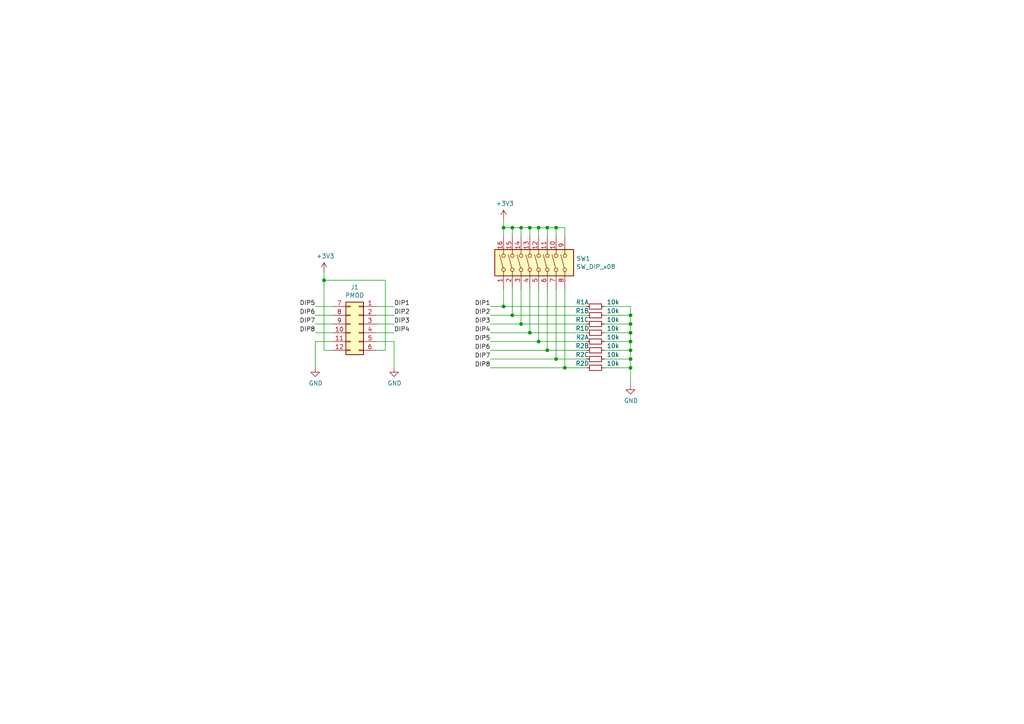
<source format=kicad_sch>
(kicad_sch (version 20230121) (generator eeschema)
  (paper "A4")
  (title_block (title "iCEBreaker PMOD - dip switch") (rev "V0.1a") (company "1BitSquared") (comment 1 "(C) 2018 Piotr Esden-Tempski <piotr@esden.net>") (comment 2 "(C) 2018 1BitSquared <info@1bitsquared.com>") (comment 3 "License: CC-BY-SA V4.0"))
  (lib_symbols
    (symbol "Connector_Generic:Conn_02x06_Top_Bottom" (pin_names (offset 1.016) hide)
      (property "Reference" "J" (at 1.27 7.62 0))
      (property "Value" "Conn_02x06_Top_Bottom" (at 1.27 -10.16 0))
      (symbol "Conn_02x06_Top_Bottom_1_1"
        (rectangle (start -1.27 -7.493) (end 0 -7.747) (stroke (width 0.1524)))
        (rectangle (start -1.27 -4.953) (end 0 -5.207) (stroke (width 0.1524)))
        (rectangle (start -1.27 -2.413) (end 0 -2.667) (stroke (width 0.1524)))
        (rectangle (start -1.27 0.127) (end 0 -0.127) (stroke (width 0.1524)))
        (rectangle (start -1.27 2.667) (end 0 2.413) (stroke (width 0.1524)))
        (rectangle (start -1.27 5.207) (end 0 4.953) (stroke (width 0.1524)))
        (rectangle (start -1.27 6.35) (end 3.81 -8.89) (stroke (width 0.254)) (fill (type background)))
        (rectangle (start 3.81 -7.493) (end 2.54 -7.747) (stroke (width 0.1524)))
        (rectangle (start 3.81 -4.953) (end 2.54 -5.207) (stroke (width 0.1524)))
        (rectangle (start 3.81 -2.413) (end 2.54 -2.667) (stroke (width 0.1524)))
        (rectangle (start 3.81 0.127) (end 2.54 -0.127) (stroke (width 0.1524)))
        (rectangle (start 3.81 2.667) (end 2.54 2.413) (stroke (width 0.1524)))
        (rectangle (start 3.81 5.207) (end 2.54 4.953) (stroke (width 0.1524)))
        (pin passive line (at -5.08 5.08 0) (length 3.81) (name "Pin_1") (number "1"))
        (pin passive line (at 7.62 -2.54 180) (length 3.81) (name "Pin_10") (number "10"))
        (pin passive line (at 7.62 -5.08 180) (length 3.81) (name "Pin_11") (number "11"))
        (pin passive line (at 7.62 -7.62 180) (length 3.81) (name "Pin_12") (number "12"))
        (pin passive line (at -5.08 2.54 0) (length 3.81) (name "Pin_2") (number "2"))
        (pin passive line (at -5.08 0 0) (length 3.81) (name "Pin_3") (number "3"))
        (pin passive line (at -5.08 -2.54 0) (length 3.81) (name "Pin_4") (number "4"))
        (pin passive line (at -5.08 -5.08 0) (length 3.81) (name "Pin_5") (number "5"))
        (pin passive line (at -5.08 -7.62 0) (length 3.81) (name "Pin_6") (number "6"))
        (pin passive line (at 7.62 5.08 180) (length 3.81) (name "Pin_7") (number "7"))
        (pin passive line (at 7.62 2.54 180) (length 3.81) (name "Pin_8") (number "8"))
        (pin passive line (at 7.62 0 180) (length 3.81) (name "Pin_9") (number "9"))
      )
    )
    (symbol "Switch:SW_DIP_x08" (pin_names (offset 0) hide)
      (property "Reference" "SW" (at 0 13.97 0))
      (property "Value" "SW_DIP_x08" (at 0 -11.43 0))
      (symbol "SW_DIP_x08_0_0"
        (circle (center -2.032 -7.62) (radius 0.508))
        (circle (center -2.032 -5.08) (radius 0.508))
        (circle (center -2.032 -2.54) (radius 0.508))
        (circle (center -2.032 0) (radius 0.508))
        (circle (center -2.032 2.54) (radius 0.508))
        (circle (center -2.032 5.08) (radius 0.508))
        (circle (center -2.032 7.62) (radius 0.508))
        (circle (center -2.032 10.16) (radius 0.508))
        (polyline (pts (xy -1.524 -7.4676) (xy 2.3622 -6.4262)))
        (polyline (pts (xy -1.524 -4.9276) (xy 2.3622 -3.8862)))
        (polyline (pts (xy -1.524 -2.3876) (xy 2.3622 -1.3462)))
        (polyline (pts (xy -1.524 0.127) (xy 2.3622 1.1684)))
        (polyline (pts (xy -1.524 2.667) (xy 2.3622 3.7084)))
        (polyline (pts (xy -1.524 5.207) (xy 2.3622 6.2484)))
        (polyline (pts (xy -1.524 7.747) (xy 2.3622 8.7884)))
        (polyline (pts (xy -1.524 10.287) (xy 2.3622 11.3284)))
        (circle (center 2.032 -7.62) (radius 0.508))
        (circle (center 2.032 -5.08) (radius 0.508))
        (circle (center 2.032 -2.54) (radius 0.508))
        (circle (center 2.032 0) (radius 0.508))
        (circle (center 2.032 2.54) (radius 0.508))
        (circle (center 2.032 5.08) (radius 0.508))
        (circle (center 2.032 7.62) (radius 0.508))
        (circle (center 2.032 10.16) (radius 0.508))
      )
      (symbol "SW_DIP_x08_0_1"
        (rectangle (start -3.81 12.7) (end 3.81 -10.16) (stroke (width 0.254)) (fill (type background)))
      )
      (symbol "SW_DIP_x08_1_1"
        (pin passive line (at -7.62 10.16 0) (length 5.08) (name "~") (number "1"))
        (pin passive line (at 7.62 -5.08 180) (length 5.08) (name "~") (number "10"))
        (pin passive line (at 7.62 -2.54 180) (length 5.08) (name "~") (number "11"))
        (pin passive line (at 7.62 0 180) (length 5.08) (name "~") (number "12"))
        (pin passive line (at 7.62 2.54 180) (length 5.08) (name "~") (number "13"))
        (pin passive line (at 7.62 5.08 180) (length 5.08) (name "~") (number "14"))
        (pin passive line (at 7.62 7.62 180) (length 5.08) (name "~") (number "15"))
        (pin passive line (at 7.62 10.16 180) (length 5.08) (name "~") (number "16"))
        (pin passive line (at -7.62 7.62 0) (length 5.08) (name "~") (number "2"))
        (pin passive line (at -7.62 5.08 0) (length 5.08) (name "~") (number "3"))
        (pin passive line (at -7.62 2.54 0) (length 5.08) (name "~") (number "4"))
        (pin passive line (at -7.62 0 0) (length 5.08) (name "~") (number "5"))
        (pin passive line (at -7.62 -2.54 0) (length 5.08) (name "~") (number "6"))
        (pin passive line (at -7.62 -5.08 0) (length 5.08) (name "~") (number "7"))
        (pin passive line (at -7.62 -7.62 0) (length 5.08) (name "~") (number "8"))
        (pin passive line (at 7.62 -7.62 180) (length 5.08) (name "~") (number "9"))
      )
    )
    (symbol "dip-switch-rescue:pkl_R4_Small-pkl_device" (pin_numbers hide) (pin_names (offset 0.254) hide)
      (property "Reference" "R" (at 0.762 0.508 0))
      (property "Value" "pkl_device:pkl_R4_Small" (at 0.762 -1.016 0))
      (symbol "pkl_R4_Small-pkl_device_0_1"
        (rectangle (start -0.762 1.778) (end 0.762 -1.778) (stroke (width 0.2032)))
      )
      (symbol "pkl_R4_Small-pkl_device_1_1"
        (pin passive line (at 0 2.54 270) (length 0.762) (name "~") (number "1"))
        (pin passive line (at 0 -2.54 90) (length 0.762) (name "~") (number "2"))
      )
      (symbol "pkl_R4_Small-pkl_device_2_1"
        (pin passive line (at 0 2.54 270) (length 0.762) (name "~") (number "3"))
        (pin passive line (at 0 -2.54 90) (length 0.762) (name "~") (number "4"))
      )
      (symbol "pkl_R4_Small-pkl_device_3_1"
        (pin passive line (at 0 2.54 270) (length 0.762) (name "~") (number "5"))
        (pin passive line (at 0 -2.54 90) (length 0.762) (name "~") (number "6"))
      )
      (symbol "pkl_R4_Small-pkl_device_4_1"
        (pin passive line (at 0 2.54 270) (length 0.762) (name "~") (number "7"))
        (pin passive line (at 0 -2.54 90) (length 0.762) (name "~") (number "8"))
      )
    )
    (symbol "power:+3V3" (power) (pin_names (offset 0))
      (property "Value" "+3V3" (at 0 3.556 0))
      (symbol "+3V3_0_1"
        (polyline (pts (xy -0.762 1.27) (xy 0 2.54)))
        (polyline (pts (xy 0 0) (xy 0 2.54)))
        (polyline (pts (xy 0 2.54) (xy 0.762 1.27)))
      )
      (symbol "+3V3_1_1"
        (pin power_in line (at 0 0 90) (length 0) hide (name "+3V3") (number "1"))
      )
    )
    (symbol "power:GND" (power) (pin_names (offset 0))
      (property "Value" "GND" (at 0 -3.81 0))
      (symbol "GND_0_1"
        (polyline (pts (xy 0 0) (xy 0 -1.27) (xy 1.27 -1.27) (xy 0 -2.54) (xy -1.27 -1.27) (xy 0 -1.27)))
      )
      (symbol "GND_1_1"
        (pin power_in line (at 0 0 270) (length 0) hide (name "GND") (number "1"))
      )
    )
  )
  (junction (at 182.88 106.68))
  (junction (at 151.13 66.04))
  (junction (at 93.98 81.28))
  (junction (at 158.75 101.6))
  (junction (at 148.59 66.04))
  (junction (at 161.29 104.14))
  (junction (at 163.83 106.68))
  (junction (at 182.88 93.98))
  (junction (at 148.59 91.44))
  (junction (at 182.88 104.14))
  (junction (at 153.67 96.52))
  (junction (at 146.05 88.9))
  (junction (at 151.13 93.98))
  (junction (at 182.88 96.52))
  (junction (at 182.88 101.6))
  (junction (at 158.75 66.04))
  (junction (at 182.88 91.44))
  (junction (at 146.05 66.04))
  (junction (at 182.88 99.06))
  (junction (at 156.21 66.04))
  (junction (at 156.21 99.06))
  (junction (at 153.67 66.04))
  (junction (at 161.29 66.04))
  (wire (pts (xy 175.26 99.06) (xy 182.88 99.06)))
  (wire (pts (xy 142.24 93.98) (xy 151.13 93.98)))
  (wire (pts (xy 96.52 99.06) (xy 91.44 99.06)))
  (wire (pts (xy 146.05 63.5) (xy 146.05 66.04)))
  (wire (pts (xy 111.76 81.28) (xy 93.98 81.28)))
  (wire (pts (xy 153.67 66.04) (xy 153.67 68.58)))
  (wire (pts (xy 96.52 101.6) (xy 93.98 101.6)))
  (wire (pts (xy 148.59 91.44) (xy 170.18 91.44)))
  (wire (pts (xy 158.75 66.04) (xy 158.75 68.58)))
  (wire (pts (xy 161.29 66.04) (xy 161.29 68.58)))
  (wire (pts (xy 153.67 66.04) (xy 156.21 66.04)))
  (wire (pts (xy 91.44 99.06) (xy 91.44 106.68)))
  (wire (pts (xy 109.22 93.98) (xy 114.3 93.98)))
  (wire (pts (xy 142.24 101.6) (xy 158.75 101.6)))
  (wire (pts (xy 175.26 104.14) (xy 182.88 104.14)))
  (wire (pts (xy 109.22 96.52) (xy 114.3 96.52)))
  (wire (pts (xy 182.88 96.52) (xy 182.88 93.98)))
  (wire (pts (xy 142.24 106.68) (xy 163.83 106.68)))
  (wire (pts (xy 158.75 101.6) (xy 170.18 101.6)))
  (wire (pts (xy 151.13 93.98) (xy 170.18 93.98)))
  (wire (pts (xy 163.83 106.68) (xy 170.18 106.68)))
  (wire (pts (xy 109.22 88.9) (xy 114.3 88.9)))
  (wire (pts (xy 153.67 83.82) (xy 153.67 96.52)))
  (wire (pts (xy 109.22 99.06) (xy 114.3 99.06)))
  (wire (pts (xy 175.26 96.52) (xy 182.88 96.52)))
  (wire (pts (xy 91.44 93.98) (xy 96.52 93.98)))
  (wire (pts (xy 161.29 83.82) (xy 161.29 104.14)))
  (wire (pts (xy 182.88 99.06) (xy 182.88 96.52)))
  (wire (pts (xy 175.26 88.9) (xy 182.88 88.9)))
  (wire (pts (xy 91.44 88.9) (xy 96.52 88.9)))
  (wire (pts (xy 146.05 83.82) (xy 146.05 88.9)))
  (wire (pts (xy 142.24 88.9) (xy 146.05 88.9)))
  (wire (pts (xy 151.13 66.04) (xy 153.67 66.04)))
  (wire (pts (xy 182.88 106.68) (xy 182.88 104.14)))
  (wire (pts (xy 182.88 93.98) (xy 182.88 91.44)))
  (wire (pts (xy 163.83 83.82) (xy 163.83 106.68)))
  (wire (pts (xy 109.22 91.44) (xy 114.3 91.44)))
  (wire (pts (xy 161.29 66.04) (xy 163.83 66.04)))
  (wire (pts (xy 156.21 83.82) (xy 156.21 99.06)))
  (wire (pts (xy 182.88 91.44) (xy 182.88 88.9)))
  (wire (pts (xy 175.26 93.98) (xy 182.88 93.98)))
  (wire (pts (xy 148.59 66.04) (xy 148.59 68.58)))
  (wire (pts (xy 93.98 101.6) (xy 93.98 81.28)))
  (wire (pts (xy 153.67 96.52) (xy 170.18 96.52)))
  (wire (pts (xy 148.59 66.04) (xy 151.13 66.04)))
  (wire (pts (xy 91.44 96.52) (xy 96.52 96.52)))
  (wire (pts (xy 182.88 101.6) (xy 182.88 99.06)))
  (wire (pts (xy 163.83 66.04) (xy 163.83 68.58)))
  (wire (pts (xy 114.3 99.06) (xy 114.3 106.68)))
  (wire (pts (xy 156.21 66.04) (xy 156.21 68.58)))
  (wire (pts (xy 142.24 96.52) (xy 153.67 96.52)))
  (wire (pts (xy 142.24 99.06) (xy 156.21 99.06)))
  (wire (pts (xy 146.05 66.04) (xy 146.05 68.58)))
  (wire (pts (xy 158.75 66.04) (xy 161.29 66.04)))
  (wire (pts (xy 156.21 99.06) (xy 170.18 99.06)))
  (wire (pts (xy 93.98 78.74) (xy 93.98 81.28)))
  (wire (pts (xy 175.26 91.44) (xy 182.88 91.44)))
  (wire (pts (xy 151.13 66.04) (xy 151.13 68.58)))
  (wire (pts (xy 142.24 91.44) (xy 148.59 91.44)))
  (wire (pts (xy 109.22 101.6) (xy 111.76 101.6)))
  (wire (pts (xy 151.13 83.82) (xy 151.13 93.98)))
  (wire (pts (xy 161.29 104.14) (xy 170.18 104.14)))
  (wire (pts (xy 146.05 88.9) (xy 170.18 88.9)))
  (wire (pts (xy 148.59 83.82) (xy 148.59 91.44)))
  (wire (pts (xy 182.88 106.68) (xy 182.88 111.76)))
  (wire (pts (xy 91.44 91.44) (xy 96.52 91.44)))
  (wire (pts (xy 175.26 106.68) (xy 182.88 106.68)))
  (wire (pts (xy 146.05 66.04) (xy 148.59 66.04)))
  (wire (pts (xy 175.26 101.6) (xy 182.88 101.6)))
  (wire (pts (xy 142.24 104.14) (xy 161.29 104.14)))
  (wire (pts (xy 182.88 104.14) (xy 182.88 101.6)))
  (wire (pts (xy 156.21 66.04) (xy 158.75 66.04)))
  (wire (pts (xy 158.75 83.82) (xy 158.75 101.6)))
  (wire (pts (xy 111.76 81.28) (xy 111.76 101.6)))
  (label "DIP7" (at 91.44 93.98 180))
  (label "DIP1" (at 142.24 88.9 180))
  (label "DIP3" (at 114.3 93.98 0))
  (label "DIP6" (at 91.44 91.44 180))
  (label "DIP8" (at 91.44 96.52 180))
  (label "DIP1" (at 114.3 88.9 0))
  (label "DIP2" (at 114.3 91.44 0))
  (label "DIP5" (at 142.24 99.06 180))
  (label "DIP2" (at 142.24 91.44 180))
  (label "DIP8" (at 142.24 106.68 180))
  (label "DIP6" (at 142.24 101.6 180))
  (label "DIP5" (at 91.44 88.9 180))
  (label "DIP3" (at 142.24 93.98 180))
  (label "DIP7" (at 142.24 104.14 180))
  (label "DIP4" (at 114.3 96.52 0))
  (label "DIP4" (at 142.24 96.52 180))
  (symbol (lib_id "Connector_Generic:Conn_02x06_Top_Bottom") (at 104.14 93.98 0) (mirror y) (unit 1)
    (property "Reference" "J1" (at 102.87 83.312 0))
    (property "Value" "PMOD" (at 102.87 85.6742 0))
    (property "Footprint" "pkl_connectors:PMODHeader_2x06_P2.54mm_Horizontal" (effects hide))
    (property "Key" "conn-th-01in-6-2-hdr-ra" (effects hide))
    (property "Source" "ANY" (effects hide))
  )
  (symbol (lib_id "power:GND") (at 114.3 106.68 0) (unit 1)
    (property "Reference" "#PWR06" (effects hide))
    (property "Value" "GND" (at 114.427 111.1504 0))
  )
  (symbol (lib_id "power:GND") (at 91.44 106.68 0) (unit 1)
    (property "Reference" "#PWR01" (effects hide))
    (property "Value" "GND" (at 91.567 111.1504 0))
  )
  (symbol (lib_id "power:+3V3") (at 93.98 78.74 0) (unit 1)
    (property "Reference" "#PWR02" (effects hide))
    (property "Value" "+3V3" (at 94.361 74.2696 0))
  )
  (symbol (lib_id "dip-switch-rescue:pkl_R4_Small-pkl_device") (at 172.72 99.06 270) (unit 1)
    (property "Reference" "R2" (at 168.91 97.79 90))
    (property "Value" "10k" (at 177.8 97.79 90))
    (property "Footprint" "pkl_dipol:R_Array_Convex_4x0402" (effects hide))
    (property "Key" "res-0402cv-array-4-10k" (effects hide))
  )
  (symbol (lib_id "dip-switch-rescue:pkl_R4_Small-pkl_device") (at 172.72 101.6 270) (unit 2)
    (property "Reference" "R2" (at 168.91 100.33 90))
    (property "Value" "10k" (at 177.8 100.33 90))
    (property "Footprint" "pkl_dipol:R_Array_Convex_4x0402" (effects hide))
    (property "Key" "res-0402cv-array-4-10k" (effects hide))
  )
  (symbol (lib_id "dip-switch-rescue:pkl_R4_Small-pkl_device") (at 172.72 104.14 270) (unit 3)
    (property "Reference" "R2" (at 168.91 102.87 90))
    (property "Value" "10k" (at 177.8 102.87 90))
    (property "Footprint" "pkl_dipol:R_Array_Convex_4x0402" (effects hide))
    (property "Key" "res-0402cv-array-4-10k" (effects hide))
  )
  (symbol (lib_id "dip-switch-rescue:pkl_R4_Small-pkl_device") (at 172.72 106.68 270) (unit 4)
    (property "Reference" "R2" (at 168.91 105.41 90))
    (property "Value" "10k" (at 177.8 105.41 90))
    (property "Footprint" "pkl_dipol:R_Array_Convex_4x0402" (effects hide))
    (property "Key" "res-0402cv-array-4-10k" (effects hide))
  )
  (symbol (lib_id "dip-switch-rescue:pkl_R4_Small-pkl_device") (at 172.72 88.9 270) (unit 1)
    (property "Reference" "R1" (at 168.91 87.63 90))
    (property "Value" "10k" (at 177.8 87.63 90))
    (property "Footprint" "pkl_dipol:R_Array_Convex_4x0402" (effects hide))
    (property "Key" "res-0402cv-array-4-10k" (effects hide))
  )
  (symbol (lib_id "dip-switch-rescue:pkl_R4_Small-pkl_device") (at 172.72 91.44 270) (unit 2)
    (property "Reference" "R1" (at 168.91 90.17 90))
    (property "Value" "10k" (at 177.8 90.17 90))
    (property "Footprint" "pkl_dipol:R_Array_Convex_4x0402" (effects hide))
    (property "Key" "res-0402cv-array-4-10k" (effects hide))
  )
  (symbol (lib_id "dip-switch-rescue:pkl_R4_Small-pkl_device") (at 172.72 93.98 270) (unit 3)
    (property "Reference" "R1" (at 168.91 92.71 90))
    (property "Value" "10k" (at 177.8 92.71 90))
    (property "Footprint" "pkl_dipol:R_Array_Convex_4x0402" (effects hide))
    (property "Key" "res-0402cv-array-4-10k" (effects hide))
  )
  (symbol (lib_id "dip-switch-rescue:pkl_R4_Small-pkl_device") (at 172.72 96.52 270) (unit 4)
    (property "Reference" "R1" (at 168.91 95.25 90))
    (property "Value" "10k" (at 177.8 95.25 90))
    (property "Footprint" "pkl_dipol:R_Array_Convex_4x0402" (effects hide))
    (property "Key" "res-0402cv-array-4-10k" (effects hide))
  )
  (symbol (lib_id "Switch:SW_DIP_x08") (at 156.21 76.2 90) (unit 1)
    (property "Reference" "SW1" (at 167.132 75.0062 90) (effects (justify right)))
    (property "Value" "SW_DIP_x08" (at 167.132 77.3684 90) (effects (justify right)))
    (property "Footprint" "Button_Switch_THT:SW_DIP_SPSTx08_Slide_9.78x22.5mm_W7.62mm_P2.54mm" (effects hide))
    (property "Key" "sw-dip-8-01in-pitch" (effects hide))
  )
  (symbol (lib_id "power:GND") (at 182.88 111.76 0) (unit 1)
    (property "Reference" "#PWR0101" (effects hide))
    (property "Value" "GND" (at 183.007 116.2304 0))
  )
  (symbol (lib_id "power:+3V3") (at 146.05 63.5 0) (unit 1)
    (property "Reference" "#PWR0102" (effects hide))
    (property "Value" "+3V3" (at 146.431 59.0296 0))
  )
)
</source>
